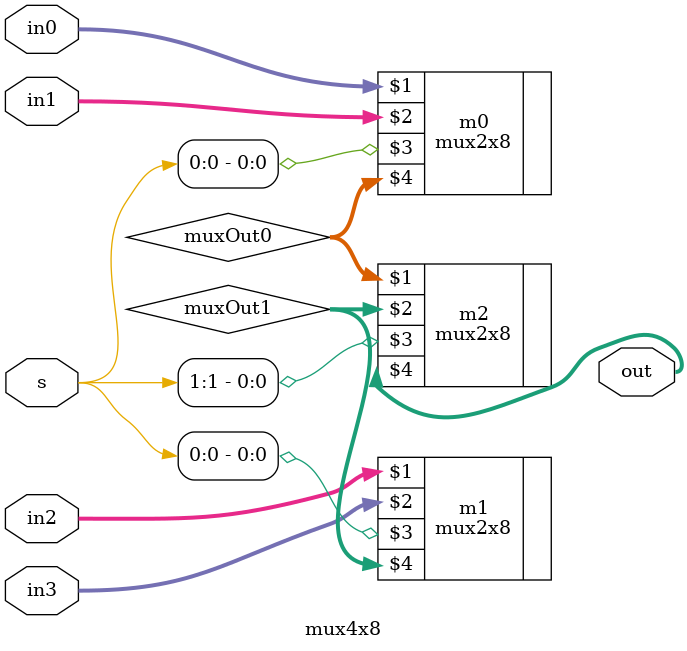
<source format=v>
module mux4x8 (
input [7:0] in0, in1, in2, in3,
input [1:0] s,
output [7:0] out
);

wire [7:0] muxOut0, muxOut1;

mux2x8 m0(in0, in1, s[0], muxOut0);
mux2x8 m1(in2, in3, s[0], muxOut1);
mux2x8 m2(muxOut0, muxOut1, s[1], out);

endmodule 
</source>
